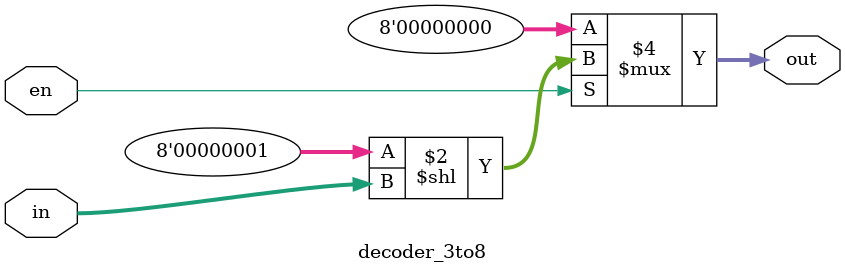
<source format=sv>
module decoder_3to8 (
  input  logic [2:0] in,
  input  logic       en,
  output logic [7:0] out
);
  always_comb begin
    if (en) out = 8'b1 << in;
    else    out = 8'b0;
  end
endmodule
</source>
